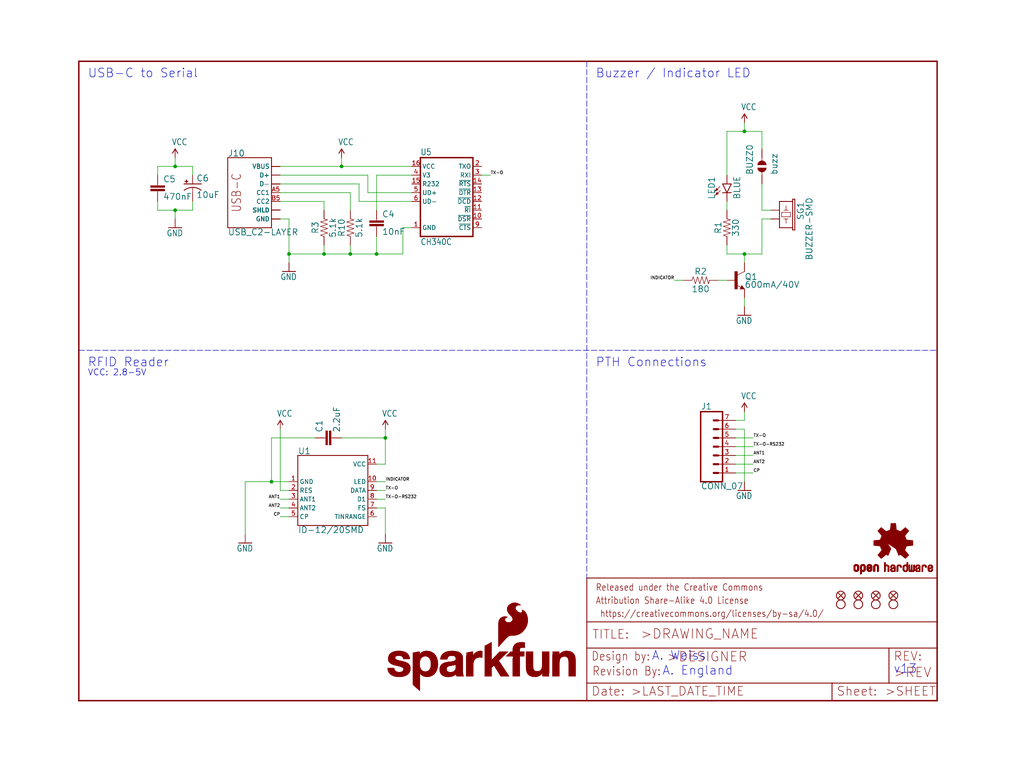
<source format=kicad_sch>
(kicad_sch (version 20211123) (generator eeschema)
  (paper "User" 297.002 223.926)
  (lib_symbols
    (symbol "eagleSchem-eagle-import:10NF-0603-50V-10%"
      (property "Reference" "C" (at 1.524 2.921 0))
      (property "Value" "10NF-0603-50V-10%" (at 1.524 -2.159 0))
      (symbol "10NF-0603-50V-10%_1_0"
        (pin passive line (at 0 5.08 270) (length 2.54) (name "1") (number "1"))
        (pin passive line (at 0 -2.54 90) (length 2.54) (name "2") (number "2"))
      )
    )
    (symbol "eagleSchem-eagle-import:10UF-POLAR-0603-6.3V-20%(TANT)"
      (property "Reference" "C" (at 1.016 0.635 0))
      (property "Value" "10UF-POLAR-0603-6.3V-20%(TANT)" (at 1.016 -4.191 0))
      (symbol "10UF-POLAR-0603-6.3V-20%(TANT)_1_0"
        (pin passive line (at 0 2.54 270) (length 2.54) (name "+") (number "+"))
        (pin passive line (at 0 -5.08 90) (length 2.54) (name "-") (number "-"))
      )
    )
    (symbol "eagleSchem-eagle-import:180OHM-0603-1{slash}10W-1%"
      (property "Reference" "R" (at 0 1.524 0))
      (property "Value" "180OHM-0603-1{slash}10W-1%" (at 0 -1.524 0))
      (symbol "180OHM-0603-1{slash}10W-1%_1_0"
        (pin passive line (at -5.08 0 0) (length 2.54) (name "1") (number "1"))
        (pin passive line (at 5.08 0 180) (length 2.54) (name "2") (number "2"))
      )
    )
    (symbol "eagleSchem-eagle-import:2.2UF-0603-10V-20%"
      (property "Reference" "C" (at 1.524 2.921 0))
      (property "Value" "2.2UF-0603-10V-20%" (at 1.524 -2.159 0))
      (symbol "2.2UF-0603-10V-20%_1_0"
        (pin passive line (at 0 5.08 270) (length 2.54) (name "1") (number "1"))
        (pin passive line (at 0 -2.54 90) (length 2.54) (name "2") (number "2"))
      )
    )
    (symbol "eagleSchem-eagle-import:330OHM-0603-1{slash}10W-1%"
      (property "Reference" "R" (at 0 1.524 0))
      (property "Value" "330OHM-0603-1{slash}10W-1%" (at 0 -1.524 0))
      (symbol "330OHM-0603-1{slash}10W-1%_1_0"
        (pin passive line (at -5.08 0 0) (length 2.54) (name "1") (number "1"))
        (pin passive line (at 5.08 0 180) (length 2.54) (name "2") (number "2"))
      )
    )
    (symbol "eagleSchem-eagle-import:470NF-0603-10V-10%-X5R"
      (property "Reference" "C" (at 1.524 2.921 0))
      (property "Value" "470NF-0603-10V-10%-X5R" (at 1.524 -2.159 0))
      (symbol "470NF-0603-10V-10%-X5R_1_0"
        (pin passive line (at 0 5.08 270) (length 2.54) (name "1") (number "1"))
        (pin passive line (at 0 -2.54 90) (length 2.54) (name "2") (number "2"))
      )
    )
    (symbol "eagleSchem-eagle-import:5.1KOHM5.1KOHM-0603-1{slash}10W-1%"
      (property "Reference" "R" (at 0 1.524 0))
      (property "Value" "5.1KOHM5.1KOHM-0603-1{slash}10W-1%" (at 0 -1.524 0))
      (symbol "5.1KOHM5.1KOHM-0603-1{slash}10W-1%_1_0"
        (pin passive line (at -5.08 0 0) (length 2.54) (name "1") (number "1"))
        (pin passive line (at 5.08 0 180) (length 2.54) (name "2") (number "2"))
      )
    )
    (symbol "eagleSchem-eagle-import:BUZZER-SMD"
      (property "Reference" "LS" (at -2.54 4.826 0))
      (property "Value" "BUZZER-SMD" (at 5.334 0 0))
      (symbol "BUZZER-SMD_1_0"
        (pin passive line (at 0 -2.54 90) (length 2.54) (name "1") (number "+"))
        (pin passive line (at 2.54 -2.54 90) (length 2.54) (name "2") (number "-"))
      )
    )
    (symbol "eagleSchem-eagle-import:CH340C"
      (property "Reference" "U" (at -7.62 10.795 0))
      (property "Value" "CH340C" (at -7.62 -15.24 0))
      (symbol "CH340C_1_0"
        (pin bidirectional line (at -10.16 -10.16 0) (length 2.54) (name "GND") (number "1"))
        (pin bidirectional line (at 10.16 -7.62 180) (length 2.54) (name "~{DSR}") (number "10"))
        (pin bidirectional line (at 10.16 -5.08 180) (length 2.54) (name "~{RI}") (number "11"))
        (pin bidirectional line (at 10.16 -2.54 180) (length 2.54) (name "~{DCD}") (number "12"))
        (pin bidirectional line (at 10.16 0 180) (length 2.54) (name "~{DTR}") (number "13"))
        (pin bidirectional line (at 10.16 2.54 180) (length 2.54) (name "~{RTS}") (number "14"))
        (pin bidirectional line (at -10.16 2.54 0) (length 2.54) (name "R232") (number "15"))
        (pin bidirectional line (at -10.16 7.62 0) (length 2.54) (name "VCC") (number "16"))
        (pin bidirectional line (at 10.16 7.62 180) (length 2.54) (name "TXO") (number "2"))
        (pin bidirectional line (at 10.16 5.08 180) (length 2.54) (name "RXI") (number "3"))
        (pin bidirectional line (at -10.16 5.08 0) (length 2.54) (name "V3") (number "4"))
        (pin bidirectional line (at -10.16 0 0) (length 2.54) (name "UD+") (number "5"))
        (pin bidirectional line (at -10.16 -2.54 0) (length 2.54) (name "UD-") (number "6"))
        (pin bidirectional line (at 10.16 -10.16 180) (length 2.54) (name "~{CTS}") (number "9"))
      )
    )
    (symbol "eagleSchem-eagle-import:CONN_07"
      (property "Reference" "J" (at -5.08 13.208 0))
      (property "Value" "CONN_07" (at -5.08 -9.906 0))
      (symbol "CONN_07_1_0"
        (pin passive line (at 5.08 -5.08 180) (length 5.08) (name "1") (number "1"))
        (pin passive line (at 5.08 -2.54 180) (length 5.08) (name "2") (number "2"))
        (pin passive line (at 5.08 0 180) (length 5.08) (name "3") (number "3"))
        (pin passive line (at 5.08 2.54 180) (length 5.08) (name "4") (number "4"))
        (pin passive line (at 5.08 5.08 180) (length 5.08) (name "5") (number "5"))
        (pin passive line (at 5.08 7.62 180) (length 5.08) (name "6") (number "6"))
        (pin passive line (at 5.08 10.16 180) (length 5.08) (name "7") (number "7"))
      )
    )
    (symbol "eagleSchem-eagle-import:FIDUCIAL1X2")
    (symbol "eagleSchem-eagle-import:FRAME-LETTER"
      (symbol "FRAME-LETTER_2_0"
        (text " https://creativecommons.org/licenses/by-sa/4.0/" (at 2.54 24.13 0) (effects (font (size 1.9304 1.6408)) (justify left bottom)))
        (text ">DESIGNER" (at 23.114 11.176 0) (effects (font (size 2.7432 2.7432)) (justify left bottom)))
        (text ">DRAWING_NAME" (at 15.494 17.78 0) (effects (font (size 2.7432 2.7432)) (justify left bottom)))
        (text ">LAST_DATE_TIME" (at 12.7 1.27 0) (effects (font (size 2.54 2.54)) (justify left bottom)))
        (text ">REV" (at 88.9 6.604 0) (effects (font (size 2.7432 2.7432)) (justify left bottom)))
        (text ">SHEET" (at 86.36 1.27 0) (effects (font (size 2.54 2.54)) (justify left bottom)))
        (text "Attribution Share-Alike 4.0 License" (at 2.54 27.94 0) (effects (font (size 1.9304 1.6408)) (justify left bottom)))
        (text "Date:" (at 1.27 1.27 0) (effects (font (size 2.54 2.54)) (justify left bottom)))
        (text "Design by:" (at 1.27 11.43 0) (effects (font (size 2.54 2.159)) (justify left bottom)))
        (text "Released under the Creative Commons" (at 2.54 31.75 0) (effects (font (size 1.9304 1.6408)) (justify left bottom)))
        (text "REV:" (at 88.9 11.43 0) (effects (font (size 2.54 2.54)) (justify left bottom)))
        (text "Sheet:" (at 72.39 1.27 0) (effects (font (size 2.54 2.54)) (justify left bottom)))
        (text "TITLE:" (at 1.524 17.78 0) (effects (font (size 2.54 2.54)) (justify left bottom)))
      )
    )
    (symbol "eagleSchem-eagle-import:GND" (power)
      (property "Value" "GND" (at -2.54 -2.54 0))
      (symbol "GND_1_0"
        (pin power_in line (at 0 2.54 270) (length 2.54) (name "GND") (number "1"))
      )
    )
    (symbol "eagleSchem-eagle-import:ID-12{slash}20SMD"
      (property "Reference" "U" (at -10.16 10.414 0))
      (property "Value" "ID-12{slash}20SMD" (at -10.16 -10.414 0))
      (symbol "ID-12{slash}20SMD_1_0"
        (pin bidirectional line (at -12.7 2.54 0) (length 2.54) (name "GND") (number "1"))
        (pin bidirectional line (at 12.7 2.54 180) (length 2.54) (name "LED") (number "10"))
        (pin bidirectional line (at 12.7 7.62 180) (length 2.54) (name "VCC") (number "11"))
        (pin bidirectional line (at -12.7 0 0) (length 2.54) (name "RES") (number "2"))
        (pin bidirectional line (at -12.7 -2.54 0) (length 2.54) (name "ANT1") (number "3"))
        (pin bidirectional line (at -12.7 -5.08 0) (length 2.54) (name "ANT2") (number "4"))
        (pin bidirectional line (at -12.7 -7.62 0) (length 2.54) (name "CP") (number "5"))
        (pin bidirectional line (at 12.7 -7.62 180) (length 2.54) (name "TINRANGE") (number "6"))
        (pin bidirectional line (at 12.7 -5.08 180) (length 2.54) (name "FS") (number "7"))
        (pin bidirectional line (at 12.7 -2.54 180) (length 2.54) (name "D1") (number "8"))
        (pin bidirectional line (at 12.7 0 180) (length 2.54) (name "DATA") (number "9"))
      )
    )
    (symbol "eagleSchem-eagle-import:JUMPER-SMT_2_NO_NO-SILK"
      (property "Reference" "JP" (at -2.54 2.54 0))
      (property "Value" "JUMPER-SMT_2_NO_NO-SILK" (at -2.54 -2.54 0))
      (symbol "JUMPER-SMT_2_NO_NO-SILK_1_0"
        (pin passive line (at -5.08 0 0) (length 2.54) (name "1") (number "1"))
        (pin passive line (at 5.08 0 180) (length 2.54) (name "2") (number "2"))
      )
    )
    (symbol "eagleSchem-eagle-import:LED-BLUE0603"
      (property "Reference" "D" (at -3.429 -4.572 90))
      (property "Value" "LED-BLUE0603" (at 1.905 -4.572 90))
      (symbol "LED-BLUE0603_1_0"
        (pin passive line (at 0 2.54 270) (length 2.54) (name "A") (number "A"))
        (pin passive line (at 0 -5.08 90) (length 2.54) (name "C") (number "C"))
      )
    )
    (symbol "eagleSchem-eagle-import:OSHW-LOGOS")
    (symbol "eagleSchem-eagle-import:REVISION"
      (symbol "REVISION_1_0"
        (text "Revision By: " (at 0 0 0) (effects (font (size 2.54 2.159)) (justify left bottom)))
      )
    )
    (symbol "eagleSchem-eagle-import:SFE_LOGO_NAME_FLAME.1_INCH")
    (symbol "eagleSchem-eagle-import:STAND-OFF")
    (symbol "eagleSchem-eagle-import:TRANS_NPN-MMBT2222AL"
      (property "Reference" "Q" (at 2.54 0 0))
      (property "Value" "TRANS_NPN-MMBT2222AL" (at 2.54 -2.286 0))
      (symbol "TRANS_NPN-MMBT2222AL_1_0"
        (pin passive line (at -2.54 0 0) (length 2.54) (name "B") (number "1"))
        (pin passive line (at 2.54 -5.08 90) (length 2.54) (name "E") (number "2"))
        (pin passive line (at 2.54 5.08 270) (length 2.54) (name "C") (number "3"))
      )
    )
    (symbol "eagleSchem-eagle-import:USB_C2-LAYER"
      (property "Reference" "J" (at -2.54 10.414 0))
      (property "Value" "USB_C2-LAYER" (at -2.54 -12.446 0))
      (symbol "USB_C2-LAYER_1_0"
        (text "USB-C" (at 0 0 900) (effects (font (size 2.54 2.159))))
        (pin bidirectional line (at 12.7 0 180) (length 2.54) (name "CC1") (number "A5"))
        (pin bidirectional line (at 12.7 5.08 180) (length 2.54) (name "D+") (number "A6"))
        (pin bidirectional line (at 12.7 2.54 180) (length 2.54) (name "D-") (number "A7"))
        (pin bidirectional line (at 12.7 -2.54 180) (length 2.54) (name "CC2") (number "B5"))
        (pin bidirectional line (at 12.7 5.08 180) (length 2.54) (name "D+") (number "B6"))
        (pin bidirectional line (at 12.7 2.54 180) (length 2.54) (name "D-") (number "B7"))
        (pin bidirectional line (at 12.7 -7.62 180) (length 2.54) (name "GND") (number "GND"))
        (pin bidirectional line (at 12.7 -7.62 180) (length 2.54) (name "GND") (number "GND2"))
        (pin bidirectional line (at 12.7 -5.08 180) (length 2.54) (name "SHLD") (number "SHLD1"))
        (pin bidirectional line (at 12.7 -5.08 180) (length 2.54) (name "SHLD") (number "SHLD2"))
        (pin bidirectional line (at 12.7 -5.08 180) (length 2.54) (name "SHLD") (number "SHLD3"))
        (pin bidirectional line (at 12.7 -5.08 180) (length 2.54) (name "SHLD") (number "SHLD4"))
        (pin bidirectional line (at 12.7 -5.08 180) (length 2.54) (name "SHLD") (number "SHLD5"))
        (pin bidirectional line (at 12.7 -5.08 180) (length 2.54) (name "SHLD") (number "SHLD6"))
        (pin bidirectional line (at 12.7 -5.08 180) (length 2.54) (name "SHLD") (number "SHLD7"))
        (pin bidirectional line (at 12.7 -5.08 180) (length 2.54) (name "SHLD") (number "SHLD8"))
        (pin bidirectional line (at 12.7 7.62 180) (length 2.54) (name "VBUS") (number "VBUS1"))
        (pin bidirectional line (at 12.7 7.62 180) (length 2.54) (name "VBUS") (number "VBUS2"))
      )
    )
    (symbol "eagleSchem-eagle-import:VCC" (power)
      (property "Value" "VCC" (at -1.016 3.556 0))
      (symbol "VCC_1_0"
        (pin power_in line (at 0 0 90) (length 2.54) (name "VCC") (number "1"))
      )
    )
  )
  (junction (at 215.9 38.1))
  (junction (at 78.74 139.7))
  (junction (at 215.9 73.66))
  (junction (at 109.22 73.66))
  (junction (at 99.06 48.26))
  (junction (at 111.76 127))
  (junction (at 50.8 48.26))
  (junction (at 101.6 73.66))
  (junction (at 83.82 73.66))
  (junction (at 50.8 60.96))
  (junction (at 93.98 73.66))
  (wire (pts (xy 50.8 63.5) (xy 50.8 60.96)))
  (wire (pts (xy 93.98 71.12) (xy 93.98 73.66)))
  (wire (pts (xy 109.22 50.8) (xy 109.22 60.96)))
  (wire (pts (xy 83.82 139.7) (xy 78.74 139.7)))
  (wire (pts (xy 215.9 73.66) (xy 210.82 73.66)))
  (wire (pts (xy 106.68 55.88) (xy 106.68 50.8)))
  (wire (pts (xy 119.38 66.04) (xy 116.84 66.04)))
  (wire (pts (xy 109.22 144.78) (xy 111.76 144.78)))
  (wire (pts (xy 215.9 38.1) (xy 210.82 38.1)))
  (wire (pts (xy 213.36 134.62) (xy 218.44 134.62)))
  (wire (pts (xy 78.74 139.7) (xy 71.12 139.7)))
  (wire (pts (xy 109.22 139.7) (xy 111.76 139.7)))
  (wire (pts (xy 99.06 127) (xy 111.76 127)))
  (wire (pts (xy 220.98 53.34) (xy 220.98 60.96)))
  (wire (pts (xy 210.82 81.28) (xy 208.28 81.28)))
  (wire (pts (xy 215.9 38.1) (xy 220.98 38.1)))
  (wire (pts (xy 116.84 66.04) (xy 116.84 73.66)))
  (wire (pts (xy 139.7 50.8) (xy 142.24 50.8)))
  (wire (pts (xy 220.98 38.1) (xy 220.98 43.18)))
  (wire (pts (xy 116.84 73.66) (xy 109.22 73.66)))
  (wire (pts (xy 83.82 144.78) (xy 81.28 144.78)))
  (wire (pts (xy 220.98 73.66) (xy 215.9 73.66)))
  (wire (pts (xy 50.8 48.26) (xy 50.8 45.72)))
  (wire (pts (xy 81.28 58.42) (xy 93.98 58.42)))
  (wire (pts (xy 213.36 121.92) (xy 215.9 121.92)))
  (wire (pts (xy 198.12 81.28) (xy 195.58 81.28)))
  (wire (pts (xy 78.74 139.7) (xy 78.74 127)))
  (wire (pts (xy 81.28 53.34) (xy 104.14 53.34)))
  (wire (pts (xy 93.98 73.66) (xy 83.82 73.66)))
  (wire (pts (xy 45.72 50.8) (xy 45.72 48.26)))
  (wire (pts (xy 109.22 73.66) (xy 101.6 73.66)))
  (polyline (pts (xy 22.86 101.6) (xy 271.78 101.6)))
  (wire (pts (xy 215.9 119.38) (xy 215.9 121.92)))
  (wire (pts (xy 220.98 60.96) (xy 223.52 60.96)))
  (wire (pts (xy 101.6 73.66) (xy 93.98 73.66)))
  (wire (pts (xy 111.76 147.32) (xy 111.76 154.94)))
  (wire (pts (xy 213.36 137.16) (xy 218.44 137.16)))
  (wire (pts (xy 109.22 147.32) (xy 111.76 147.32)))
  (wire (pts (xy 215.9 88.9) (xy 215.9 86.36)))
  (wire (pts (xy 215.9 76.2) (xy 215.9 73.66)))
  (wire (pts (xy 83.82 63.5) (xy 83.82 73.66)))
  (wire (pts (xy 93.98 58.42) (xy 93.98 60.96)))
  (wire (pts (xy 71.12 139.7) (xy 71.12 154.94)))
  (wire (pts (xy 50.8 60.96) (xy 45.72 60.96)))
  (wire (pts (xy 45.72 60.96) (xy 45.72 58.42)))
  (wire (pts (xy 99.06 48.26) (xy 81.28 48.26)))
  (wire (pts (xy 119.38 50.8) (xy 109.22 50.8)))
  (wire (pts (xy 81.28 142.24) (xy 81.28 124.46)))
  (wire (pts (xy 111.76 127) (xy 111.76 124.46)))
  (wire (pts (xy 213.36 132.08) (xy 218.44 132.08)))
  (wire (pts (xy 213.36 129.54) (xy 218.44 129.54)))
  (wire (pts (xy 215.9 139.7) (xy 215.9 124.46)))
  (wire (pts (xy 50.8 48.26) (xy 55.88 48.26)))
  (wire (pts (xy 81.28 63.5) (xy 83.82 63.5)))
  (polyline (pts (xy 170.18 17.78) (xy 170.18 167.64)))
  (wire (pts (xy 111.76 134.62) (xy 111.76 127)))
  (wire (pts (xy 45.72 48.26) (xy 50.8 48.26)))
  (wire (pts (xy 83.82 142.24) (xy 81.28 142.24)))
  (wire (pts (xy 210.82 73.66) (xy 210.82 71.12)))
  (wire (pts (xy 83.82 73.66) (xy 83.82 76.2)))
  (wire (pts (xy 220.98 63.5) (xy 220.98 73.66)))
  (wire (pts (xy 104.14 58.42) (xy 119.38 58.42)))
  (wire (pts (xy 213.36 127) (xy 218.44 127)))
  (wire (pts (xy 106.68 50.8) (xy 81.28 50.8)))
  (wire (pts (xy 223.52 63.5) (xy 220.98 63.5)))
  (wire (pts (xy 99.06 48.26) (xy 99.06 45.72)))
  (wire (pts (xy 215.9 35.56) (xy 215.9 38.1)))
  (wire (pts (xy 101.6 55.88) (xy 81.28 55.88)))
  (wire (pts (xy 109.22 134.62) (xy 111.76 134.62)))
  (wire (pts (xy 119.38 55.88) (xy 106.68 55.88)))
  (wire (pts (xy 101.6 71.12) (xy 101.6 73.66)))
  (wire (pts (xy 78.74 127) (xy 91.44 127)))
  (wire (pts (xy 101.6 60.96) (xy 101.6 55.88)))
  (wire (pts (xy 213.36 124.46) (xy 215.9 124.46)))
  (wire (pts (xy 109.22 73.66) (xy 109.22 68.58)))
  (wire (pts (xy 55.88 58.42) (xy 55.88 60.96)))
  (wire (pts (xy 83.82 149.86) (xy 81.28 149.86)))
  (wire (pts (xy 210.82 38.1) (xy 210.82 50.8)))
  (wire (pts (xy 109.22 142.24) (xy 111.76 142.24)))
  (wire (pts (xy 83.82 147.32) (xy 81.28 147.32)))
  (wire (pts (xy 104.14 53.34) (xy 104.14 58.42)))
  (wire (pts (xy 55.88 48.26) (xy 55.88 50.8)))
  (wire (pts (xy 55.88 60.96) (xy 50.8 60.96)))
  (wire (pts (xy 119.38 48.26) (xy 99.06 48.26)))
  (wire (pts (xy 210.82 58.42) (xy 210.82 60.96)))
  (text "A. Weiss" (at 188.976 191.77 180) (effects (font (size 2.54 2.54)) (justify left bottom)))
  (text "Buzzer / Indicator LED" (at 172.72 22.86 180) (effects (font (size 2.54 2.54)) (justify left bottom)))
  (text "RFID Reader" (at 25.4 106.68 180) (effects (font (size 2.54 2.54)) (justify left bottom)))
  (text "USB-C to Serial" (at 25.4 22.86 180) (effects (font (size 2.54 2.54)) (justify left bottom)))
  (text "A. England" (at 192.024 196.088 180) (effects (font (size 2.54 2.54)) (justify left bottom)))
  (text "v13" (at 259.08 195.58 180) (effects (font (size 2.54 2.54)) (justify left bottom)))
  (text "PTH Connections" (at 172.72 106.68 180) (effects (font (size 2.54 2.54)) (justify left bottom)))
  (text "VCC: 2.8-5V" (at 25.4 109.22 180) (effects (font (size 1.778 1.778)) (justify left bottom)))
  (label "ANT2" (at 218.44 134.62 0) (effects (font (size 0.889 0.889))))
  (label "TX-O-RS232" (at 218.44 129.54 0) (effects (font (size 0.889 0.889))))
  (label "TX-O" (at 142.24 50.8 0) (effects (font (size 0.889 0.889))))
  (label "ANT2" (at 81.28 147.32 180) (effects (font (size 0.889 0.889))))
  (label "TX-O-RS232" (at 111.76 144.78 0) (effects (font (size 0.889 0.889))))
  (label "TX-O" (at 111.76 142.24 0) (effects (font (size 0.889 0.889))))
  (label "CP" (at 218.44 137.16 0) (effects (font (size 0.889 0.889))))
  (label "ANT1" (at 81.28 144.78 180) (effects (font (size 0.889 0.889))))
  (label "INDICATOR" (at 195.58 81.28 180) (effects (font (size 0.889 0.889))))
  (label "CP" (at 81.28 149.86 180) (effects (font (size 0.889 0.889))))
  (label "ANT1" (at 218.44 132.08 0) (effects (font (size 0.889 0.889))))
  (label "TX-O" (at 218.44 127 0) (effects (font (size 0.889 0.889))))
  (label "INDICATOR" (at 111.76 139.7 0) (effects (font (size 0.889 0.889))))
  (symbol (lib_id "eagleSchem-eagle-import:STAND-OFF") (at 248.92 175.26 0) (unit 1)
    (property "Reference" "U$6" (effects hide))
    (property "Value" "STAND-OFF" (effects hide))
    (property "Footprint" "eagleSchem:STAND-OFF" (effects hide))
  )
  (symbol (lib_id "eagleSchem-eagle-import:470NF-0603-10V-10%-X5R") (at 45.72 55.88 0) (unit 1)
    (property "Reference" "C5" (at 47.244 52.959 0) (effects (font (size 1.778 1.778)) (justify left bottom)))
    (property "Value" "470nF" (at 47.244 58.039 0) (effects (font (size 1.778 1.778)) (justify left bottom)))
    (property "Footprint" "eagleSchem:0603" (effects hide))
  )
  (symbol (lib_id "eagleSchem-eagle-import:GND") (at 83.82 78.74 0) (unit 1)
    (property "Reference" "#GND16" (effects hide))
    (property "Value" "GND" (at 81.28 81.28 0) (effects (font (size 1.778 1.5113)) (justify left bottom)))
    (property "Footprint" "eagleSchem:" (effects hide))
  )
  (symbol (lib_id "eagleSchem-eagle-import:REVISION") (at 171.704 196.088 0) (unit 1)
    (property "Reference" "LOGO4" (effects hide))
    (property "Value" "REVISION" (effects hide))
    (property "Footprint" "eagleSchem:REVISION" (effects hide))
  )
  (symbol (lib_id "eagleSchem-eagle-import:2.2UF-0603-10V-20%") (at 96.52 127 90) (unit 1)
    (property "Reference" "C1" (at 93.599 125.476 0) (effects (font (size 1.778 1.778)) (justify left bottom)))
    (property "Value" "2.2uF" (at 98.679 125.476 0) (effects (font (size 1.778 1.778)) (justify left bottom)))
    (property "Footprint" "eagleSchem:0603" (effects hide))
  )
  (symbol (lib_id "eagleSchem-eagle-import:FIDUCIAL1X2") (at 254 172.72 0) (unit 1)
    (property "Reference" "JP1" (effects hide))
    (property "Value" "FIDUCIAL1X2" (effects hide))
    (property "Footprint" "eagleSchem:FIDUCIAL-1X2" (effects hide))
  )
  (symbol (lib_id "eagleSchem-eagle-import:CH340C") (at 129.54 55.88 0) (unit 1)
    (property "Reference" "U5" (at 121.92 45.085 0) (effects (font (size 1.778 1.5113)) (justify left bottom)))
    (property "Value" "CH340C" (at 121.92 71.12 0) (effects (font (size 1.778 1.5113)) (justify left bottom)))
    (property "Footprint" "eagleSchem:SO016" (effects hide))
  )
  (symbol (lib_id "eagleSchem-eagle-import:5.1KOHM5.1KOHM-0603-1{slash}10W-1%") (at 93.98 66.04 90) (unit 1)
    (property "Reference" "R3" (at 92.456 66.04 0) (effects (font (size 1.778 1.778)) (justify bottom)))
    (property "Value" "5.1k" (at 95.504 66.04 0) (effects (font (size 1.778 1.778)) (justify top)))
    (property "Footprint" "eagleSchem:0603" (effects hide))
  )
  (symbol (lib_id "eagleSchem-eagle-import:LED-BLUE0603") (at 210.82 53.34 0) (unit 1)
    (property "Reference" "LED1" (at 207.391 57.912 90) (effects (font (size 1.778 1.778)) (justify left bottom)))
    (property "Value" "BLUE" (at 212.725 57.912 90) (effects (font (size 1.778 1.778)) (justify left top)))
    (property "Footprint" "eagleSchem:LED-0603" (effects hide))
  )
  (symbol (lib_id "eagleSchem-eagle-import:FRAME-LETTER") (at 170.18 203.2 0) (unit 2)
    (property "Reference" "FRAME1" (effects hide))
    (property "Value" "FRAME-LETTER" (effects hide))
    (property "Footprint" "eagleSchem:CREATIVE_COMMONS" (effects hide))
  )
  (symbol (lib_id "eagleSchem-eagle-import:VCC") (at 81.28 124.46 0) (unit 1)
    (property "Reference" "#P+3" (effects hide))
    (property "Value" "VCC" (at 80.264 120.904 0) (effects (font (size 1.778 1.5113)) (justify left bottom)))
    (property "Footprint" "eagleSchem:" (effects hide))
  )
  (symbol (lib_id "eagleSchem-eagle-import:TRANS_NPN-MMBT2222AL") (at 213.36 81.28 0) (unit 1)
    (property "Reference" "Q1" (at 215.9 81.28 0) (effects (font (size 1.778 1.778)) (justify left bottom)))
    (property "Value" "600mA/40V" (at 215.9 83.566 0) (effects (font (size 1.778 1.778)) (justify left bottom)))
    (property "Footprint" "eagleSchem:SOT23-3" (effects hide))
  )
  (symbol (lib_id "eagleSchem-eagle-import:STAND-OFF") (at 254 175.26 0) (unit 1)
    (property "Reference" "U$5" (effects hide))
    (property "Value" "STAND-OFF" (effects hide))
    (property "Footprint" "eagleSchem:STAND-OFF" (effects hide))
  )
  (symbol (lib_id "eagleSchem-eagle-import:5.1KOHM5.1KOHM-0603-1{slash}10W-1%") (at 101.6 66.04 90) (unit 1)
    (property "Reference" "R10" (at 100.076 66.04 0) (effects (font (size 1.778 1.778)) (justify bottom)))
    (property "Value" "5.1k" (at 103.124 66.04 0) (effects (font (size 1.778 1.778)) (justify top)))
    (property "Footprint" "eagleSchem:0603" (effects hide))
  )
  (symbol (lib_id "eagleSchem-eagle-import:JUMPER-SMT_2_NO_NO-SILK") (at 220.98 48.26 90) (unit 1)
    (property "Reference" "BUZZ0" (at 218.44 50.8 0) (effects (font (size 1.778 1.778)) (justify left bottom)))
    (property "Value" "buzz" (at 223.52 50.8 0) (effects (font (size 1.778 1.778)) (justify left top)))
    (property "Footprint" "eagleSchem:SMT-JUMPER_2_NO_NO-SILK" (effects hide))
  )
  (symbol (lib_id "eagleSchem-eagle-import:VCC") (at 215.9 35.56 0) (unit 1)
    (property "Reference" "#P+2" (effects hide))
    (property "Value" "VCC" (at 214.884 32.004 0) (effects (font (size 1.778 1.5113)) (justify left bottom)))
    (property "Footprint" "eagleSchem:" (effects hide))
  )
  (symbol (lib_id "eagleSchem-eagle-import:BUZZER-SMD") (at 226.06 60.96 270) (unit 1)
    (property "Reference" "SG1" (at 231.14 58.42 0) (effects (font (size 1.778 1.778)) (justify left bottom)))
    (property "Value" "BUZZER-SMD" (at 233.68 57.15 0) (effects (font (size 1.778 1.778)) (justify left bottom)))
    (property "Footprint" "eagleSchem:BUZZER-CCV" (effects hide))
  )
  (symbol (lib_id "eagleSchem-eagle-import:GND") (at 50.8 66.04 0) (unit 1)
    (property "Reference" "#GND4" (effects hide))
    (property "Value" "GND" (at 48.26 68.58 0) (effects (font (size 1.778 1.5113)) (justify left bottom)))
    (property "Footprint" "eagleSchem:" (effects hide))
  )
  (symbol (lib_id "eagleSchem-eagle-import:180OHM-0603-1{slash}10W-1%") (at 203.2 81.28 0) (unit 1)
    (property "Reference" "R2" (at 203.2 79.756 0) (effects (font (size 1.778 1.778)) (justify bottom)))
    (property "Value" "180" (at 203.2 82.804 0) (effects (font (size 1.778 1.778)) (justify top)))
    (property "Footprint" "eagleSchem:0603" (effects hide))
  )
  (symbol (lib_id "eagleSchem-eagle-import:GND") (at 215.9 91.44 0) (unit 1)
    (property "Reference" "#GND7" (effects hide))
    (property "Value" "GND" (at 213.36 93.98 0) (effects (font (size 1.778 1.5113)) (justify left bottom)))
    (property "Footprint" "eagleSchem:" (effects hide))
  )
  (symbol (lib_id "eagleSchem-eagle-import:10NF-0603-50V-10%") (at 109.22 66.04 0) (unit 1)
    (property "Reference" "C4" (at 110.744 63.119 0) (effects (font (size 1.778 1.778)) (justify left bottom)))
    (property "Value" "10nF" (at 110.744 68.199 0) (effects (font (size 1.778 1.778)) (justify left bottom)))
    (property "Footprint" "eagleSchem:0603" (effects hide))
  )
  (symbol (lib_id "eagleSchem-eagle-import:FIDUCIAL1X2") (at 259.08 172.72 0) (unit 1)
    (property "Reference" "JP5" (effects hide))
    (property "Value" "FIDUCIAL1X2" (effects hide))
    (property "Footprint" "eagleSchem:FIDUCIAL-1X2" (effects hide))
  )
  (symbol (lib_id "eagleSchem-eagle-import:SFE_LOGO_NAME_FLAME.1_INCH") (at 111.76 200.66 0) (unit 1)
    (property "Reference" "LOGO2" (effects hide))
    (property "Value" "SFE_LOGO_NAME_FLAME.1_INCH" (effects hide))
    (property "Footprint" "eagleSchem:SFE_LOGO_NAME_FLAME_.1" (effects hide))
  )
  (symbol (lib_id "eagleSchem-eagle-import:VCC") (at 99.06 45.72 0) (unit 1)
    (property "Reference" "#P+1" (effects hide))
    (property "Value" "VCC" (at 98.044 42.164 0) (effects (font (size 1.778 1.5113)) (justify left bottom)))
    (property "Footprint" "eagleSchem:" (effects hide))
  )
  (symbol (lib_id "eagleSchem-eagle-import:STAND-OFF") (at 259.08 175.26 0) (unit 1)
    (property "Reference" "U$4" (effects hide))
    (property "Value" "STAND-OFF" (effects hide))
    (property "Footprint" "eagleSchem:STAND-OFF" (effects hide))
  )
  (symbol (lib_id "eagleSchem-eagle-import:FIDUCIAL1X2") (at 248.92 172.72 0) (unit 1)
    (property "Reference" "JP2" (effects hide))
    (property "Value" "FIDUCIAL1X2" (effects hide))
    (property "Footprint" "eagleSchem:FIDUCIAL-1X2" (effects hide))
  )
  (symbol (lib_id "eagleSchem-eagle-import:SFE_LOGO_NAME_FLAME.1_INCH") (at 111.76 200.66 0) (unit 1)
    (property "Reference" "LOGO1" (effects hide))
    (property "Value" "SFE_LOGO_NAME_FLAME.1_INCH" (effects hide))
    (property "Footprint" "eagleSchem:SFE_LOGO_NAME_FLAME_.1" (effects hide))
  )
  (symbol (lib_id "eagleSchem-eagle-import:USB_C2-LAYER") (at 68.58 55.88 0) (unit 1)
    (property "Reference" "J10" (at 66.04 45.466 0) (effects (font (size 1.778 1.778)) (justify left bottom)))
    (property "Value" "USB_C2-LAYER" (at 66.04 68.326 0) (effects (font (size 1.778 1.778)) (justify left bottom)))
    (property "Footprint" "eagleSchem:USB-C-16P" (effects hide))
  )
  (symbol (lib_id "eagleSchem-eagle-import:ID-12{slash}20SMD") (at 96.52 142.24 0) (unit 1)
    (property "Reference" "U1" (at 86.36 131.826 0) (effects (font (size 1.778 1.778)) (justify left bottom)))
    (property "Value" "ID-12{slash}20SMD" (at 86.36 152.654 0) (effects (font (size 1.778 1.778)) (justify left top)))
    (property "Footprint" "eagleSchem:ID-12_SMD" (effects hide))
  )
  (symbol (lib_id "eagleSchem-eagle-import:GND") (at 71.12 157.48 0) (unit 1)
    (property "Reference" "#GND5" (effects hide))
    (property "Value" "GND" (at 68.58 160.02 0) (effects (font (size 1.778 1.5113)) (justify left bottom)))
    (property "Footprint" "eagleSchem:" (effects hide))
  )
  (symbol (lib_id "eagleSchem-eagle-import:10UF-POLAR-0603-6.3V-20%(TANT)") (at 55.88 53.34 0) (unit 1)
    (property "Reference" "C6" (at 56.896 52.705 0) (effects (font (size 1.778 1.778)) (justify left bottom)))
    (property "Value" "10uF" (at 56.896 57.531 0) (effects (font (size 1.778 1.778)) (justify left bottom)))
    (property "Footprint" "eagleSchem:0603-POLAR" (effects hide))
  )
  (symbol (lib_id "eagleSchem-eagle-import:330OHM-0603-1{slash}10W-1%") (at 210.82 66.04 90) (unit 1)
    (property "Reference" "R1" (at 209.296 66.04 0) (effects (font (size 1.778 1.778)) (justify bottom)))
    (property "Value" "330" (at 212.344 66.04 0) (effects (font (size 1.778 1.778)) (justify top)))
    (property "Footprint" "eagleSchem:0603" (effects hide))
  )
  (symbol (lib_id "eagleSchem-eagle-import:GND") (at 215.9 142.24 0) (unit 1)
    (property "Reference" "#GND1" (effects hide))
    (property "Value" "GND" (at 213.36 144.78 0) (effects (font (size 1.778 1.5113)) (justify left bottom)))
    (property "Footprint" "eagleSchem:" (effects hide))
  )
  (symbol (lib_id "eagleSchem-eagle-import:FIDUCIAL1X2") (at 243.84 172.72 0) (unit 1)
    (property "Reference" "JP3" (effects hide))
    (property "Value" "FIDUCIAL1X2" (effects hide))
    (property "Footprint" "eagleSchem:FIDUCIAL-1X2" (effects hide))
  )
  (symbol (lib_id "eagleSchem-eagle-import:VCC") (at 111.76 124.46 0) (unit 1)
    (property "Reference" "#P+4" (effects hide))
    (property "Value" "VCC" (at 110.744 120.904 0) (effects (font (size 1.778 1.5113)) (justify left bottom)))
    (property "Footprint" "eagleSchem:" (effects hide))
  )
  (symbol (lib_id "eagleSchem-eagle-import:VCC") (at 215.9 119.38 0) (unit 1)
    (property "Reference" "#P+6" (effects hide))
    (property "Value" "VCC" (at 214.884 115.824 0) (effects (font (size 1.778 1.5113)) (justify left bottom)))
    (property "Footprint" "eagleSchem:" (effects hide))
  )
  (symbol (lib_id "eagleSchem-eagle-import:CONN_07") (at 208.28 132.08 0) (unit 1)
    (property "Reference" "J1" (at 203.2 118.872 0) (effects (font (size 1.778 1.778)) (justify left bottom)))
    (property "Value" "CONN_07" (at 203.2 141.986 0) (effects (font (size 1.778 1.778)) (justify left bottom)))
    (property "Footprint" "eagleSchem:1X07" (effects hide))
  )
  (symbol (lib_id "eagleSchem-eagle-import:VCC") (at 50.8 45.72 0) (unit 1)
    (property "Reference" "#P+5" (effects hide))
    (property "Value" "VCC" (at 49.784 42.164 0) (effects (font (size 1.778 1.5113)) (justify left bottom)))
    (property "Footprint" "eagleSchem:" (effects hide))
  )
  (symbol (lib_id "eagleSchem-eagle-import:GND") (at 111.76 157.48 0) (unit 1)
    (property "Reference" "#GND6" (effects hide))
    (property "Value" "GND" (at 109.22 160.02 0) (effects (font (size 1.778 1.5113)) (justify left bottom)))
    (property "Footprint" "eagleSchem:" (effects hide))
  )
  (symbol (lib_id "eagleSchem-eagle-import:FRAME-LETTER") (at 22.86 203.2 0) (unit 1)
    (property "Reference" "FRAME1" (effects hide))
    (property "Value" "FRAME-LETTER" (effects hide))
    (property "Footprint" "eagleSchem:CREATIVE_COMMONS" (effects hide))
  )
  (symbol (lib_id "eagleSchem-eagle-import:OSHW-LOGOS") (at 259.08 157.48 0) (unit 1)
    (property "Reference" "LOGO3" (effects hide))
    (property "Value" "OSHW-LOGOS" (effects hide))
    (property "Footprint" "eagleSchem:OSHW-LOGO-S" (effects hide))
  )
  (symbol (lib_id "eagleSchem-eagle-import:STAND-OFF") (at 243.84 175.26 0) (unit 1)
    (property "Reference" "U$7" (effects hide))
    (property "Value" "STAND-OFF" (effects hide))
    (property "Footprint" "eagleSchem:STAND-OFF" (effects hide))
  )
)
</source>
